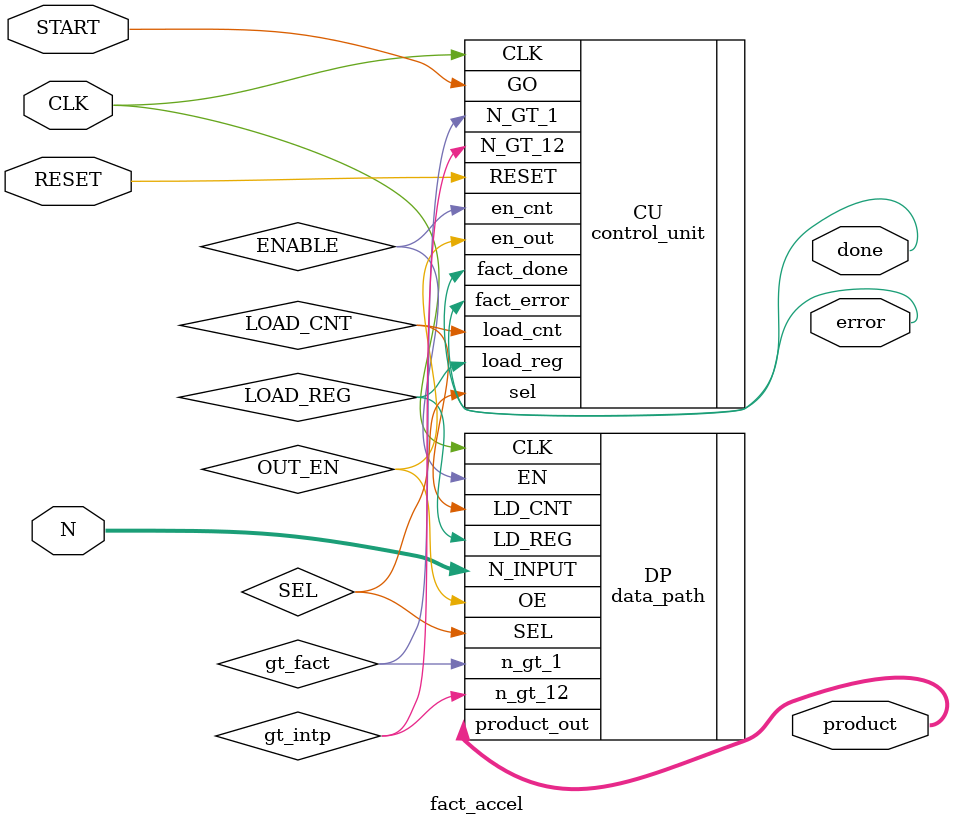
<source format=sv>
`timescale 1ns / 1ps


module fact_accel #(localparam WIDTH = 32)(
    input [WIDTH - 1:0] N,
    input logic START, RESET, CLK,
    output [WIDTH - 1:0] product,
    output logic error, done
    );
    
    wire gt_fact, gt_intp;
    wire SEL, LOAD_CNT, LOAD_REG, OUT_EN, ENABLE;
    
    control_unit CU(.GO(START), 
                    .N_GT_1(gt_fact), 
                    .N_GT_12(gt_intp), 
                    .CLK(CLK), 
                    .RESET(RESET),
                    .sel(SEL), 
                    .load_reg(LOAD_REG), 
                    .load_cnt(LOAD_CNT), 
                    .en_cnt(ENABLE), 
                    .en_out(OUT_EN),
                    .fact_error(error), 
                    .fact_done(done));
    
    data_path DP(   .N_INPUT(N), 
                    .SEL(SEL), 
                    .LD_REG(LOAD_REG), 
                    .LD_CNT(LOAD_CNT), 
                    .EN(ENABLE), 
                    .OE(OUT_EN), 
                    .CLK(CLK), 
                    .n_gt_1(gt_fact), 
                    .n_gt_12(gt_intp), 
                    .product_out(product));
    
endmodule

</source>
